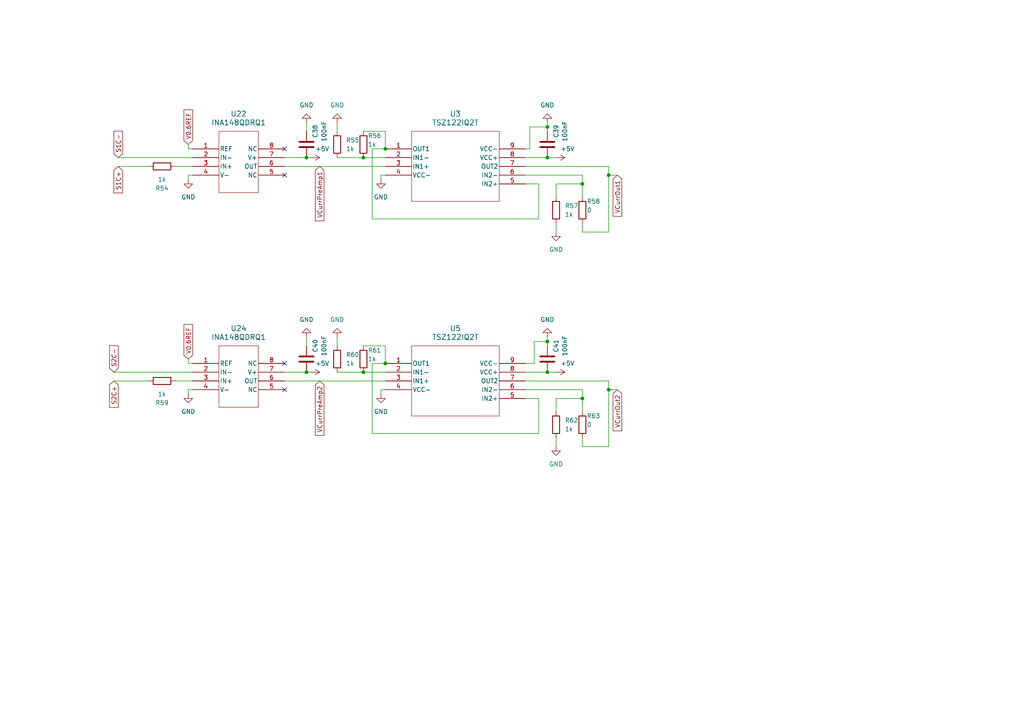
<source format=kicad_sch>
(kicad_sch (version 20230121) (generator eeschema)
  (paper "A4")
  (lib_symbols
    (symbol "0A_INA148QDRQ1:INA148QDRQ1" (pin_names (offset 0.254))
      (property "Reference" "U" (at 12.7 10.16 0))
      (property "Value" "INA148QDRQ1" (at 12.7 7.62 0))
      (symbol "INA148QDRQ1_0_1"
        (polyline (pts (xy 7.62 -12.7) (xy 19.05 -12.7)) (stroke (width 0.127)))
        (polyline (pts (xy 7.62 5.08) (xy 7.62 -12.7)) (stroke (width 0.127)))
        (polyline (pts (xy 19.05 -12.7) (xy 19.05 5.08)) (stroke (width 0.127)))
        (polyline (pts (xy 19.05 5.08) (xy 7.62 5.08)) (stroke (width 0.127)))
        (pin unspecified line (at 0 0 0) (length 7.62) (name "REF") (number "1"))
        (pin input line (at 0 -2.54 0) (length 7.62) (name "IN-") (number "2"))
        (pin input line (at 0 -5.08 0) (length 7.62) (name "IN+") (number "3"))
        (pin power_in line (at 0 -7.62 0) (length 7.62) (name "V-") (number "4"))
        (pin unspecified line (at 26.67 -7.62 180) (length 7.62) (name "NC") (number "5"))
        (pin output line (at 26.67 -5.08 180) (length 7.62) (name "OUT") (number "6"))
        (pin power_in line (at 26.67 -2.54 180) (length 7.62) (name "V+") (number "7"))
        (pin unspecified line (at 26.67 0 180) (length 7.62) (name "NC") (number "8"))
      )
    )
    (symbol "0A_TSZ122IQ2T:TSZ122IQ2T" (pin_names (offset 0.254))
      (property "Reference" "U" (at 20.32 10.16 0))
      (property "Value" "TSZ122IQ2T" (at 20.32 7.62 0))
      (symbol "TSZ122IQ2T_0_1"
        (polyline (pts (xy 7.62 -15.24) (xy 33.02 -15.24)) (stroke (width 0.127)))
        (polyline (pts (xy 7.62 5.08) (xy 7.62 -15.24)) (stroke (width 0.127)))
        (polyline (pts (xy 33.02 -15.24) (xy 33.02 5.08)) (stroke (width 0.127)))
        (polyline (pts (xy 33.02 5.08) (xy 7.62 5.08)) (stroke (width 0.127)))
        (pin output line (at 0 0 0) (length 7.62) (name "OUT1") (number "1"))
        (pin input line (at 0 -2.54 0) (length 7.62) (name "IN1-") (number "2"))
        (pin input line (at 0 -5.08 0) (length 7.62) (name "IN1+") (number "3"))
        (pin power_in line (at 0 -7.62 0) (length 7.62) (name "VCC-") (number "4"))
        (pin input line (at 40.64 -10.16 180) (length 7.62) (name "IN2+") (number "5"))
        (pin input line (at 40.64 -7.62 180) (length 7.62) (name "IN2-") (number "6"))
        (pin output line (at 40.64 -5.08 180) (length 7.62) (name "OUT2") (number "7"))
        (pin power_in line (at 40.64 -2.54 180) (length 7.62) (name "VCC+") (number "8"))
        (pin power_in line (at 40.64 0 180) (length 7.62) (name "VCC-") (number "9"))
      )
    )
    (symbol "Device:C" (pin_numbers hide) (pin_names (offset 0.254))
      (property "Reference" "C" (at 0.635 2.54 0))
      (property "Value" "C" (at 0.635 -2.54 0))
      (symbol "C_0_1"
        (polyline (pts (xy -2.032 -0.762) (xy 2.032 -0.762)) (stroke (width 0.508)))
        (polyline (pts (xy -2.032 0.762) (xy 2.032 0.762)) (stroke (width 0.508)))
      )
      (symbol "C_1_1"
        (pin passive line (at 0 3.81 270) (length 2.794) (name "~") (number "1"))
        (pin passive line (at 0 -3.81 90) (length 2.794) (name "~") (number "2"))
      )
    )
    (symbol "Device:R" (pin_numbers hide) (pin_names (offset 0))
      (property "Reference" "R" (at 2.032 0 90))
      (property "Value" "R" (at 0 0 90))
      (symbol "R_0_1"
        (rectangle (start -1.016 -2.54) (end 1.016 2.54) (stroke (width 0.254)))
      )
      (symbol "R_1_1"
        (pin passive line (at 0 3.81 270) (length 1.27) (name "~") (number "1"))
        (pin passive line (at 0 -3.81 90) (length 1.27) (name "~") (number "2"))
      )
    )
    (symbol "power:+5V" (power) (pin_names (offset 0))
      (property "Value" "+5V" (at 0 3.556 0))
      (symbol "+5V_0_1"
        (polyline (pts (xy -0.762 1.27) (xy 0 2.54)))
        (polyline (pts (xy 0 0) (xy 0 2.54)))
        (polyline (pts (xy 0 2.54) (xy 0.762 1.27)))
      )
      (symbol "+5V_1_1"
        (pin power_in line (at 0 0 90) (length 0) hide (name "+5V") (number "1"))
      )
    )
    (symbol "power:GND" (power) (pin_names (offset 0))
      (property "Value" "GND" (at 0 -3.81 0))
      (symbol "GND_0_1"
        (polyline (pts (xy 0 0) (xy 0 -1.27) (xy 1.27 -1.27) (xy 0 -2.54) (xy -1.27 -1.27) (xy 0 -1.27)))
      )
      (symbol "GND_1_1"
        (pin power_in line (at 0 0 270) (length 0) hide (name "GND") (number "1"))
      )
    )
  )
  (junction (at 176.53 50.8))
  (junction (at 111.76 105.41))
  (junction (at 158.75 99.06))
  (junction (at 88.9 107.95))
  (junction (at 168.91 53.34))
  (junction (at 158.75 107.95))
  (junction (at 158.75 36.83))
  (junction (at 105.41 107.95))
  (junction (at 158.75 45.72))
  (junction (at 168.91 115.57))
  (junction (at 111.76 43.18))
  (junction (at 88.9 45.72))
  (junction (at 105.41 45.72))
  (junction (at 176.53 113.03))
  (no_connect (at 82.55 43.18))
  (no_connect (at 82.55 50.8))
  (no_connect (at 82.55 113.03))
  (no_connect (at 82.55 105.41))
  (wire (pts (xy 88.9 107.95) (xy 90.17 107.95)))
  (wire (pts (xy 50.8 48.26) (xy 55.88 48.26)))
  (wire (pts (xy 33.02 107.95) (xy 55.88 107.95)))
  (wire (pts (xy 168.91 64.77) (xy 168.91 67.31)))
  (wire (pts (xy 97.79 107.95) (xy 105.41 107.95)))
  (wire (pts (xy 168.91 113.03) (xy 168.91 115.57)))
  (wire (pts (xy 107.95 105.41) (xy 107.95 125.73)))
  (wire (pts (xy 168.91 129.54) (xy 176.53 129.54)))
  (wire (pts (xy 107.95 125.73) (xy 156.21 125.73)))
  (wire (pts (xy 161.29 64.77) (xy 161.29 67.31)))
  (wire (pts (xy 168.91 50.8) (xy 168.91 53.34)))
  (wire (pts (xy 152.4 43.18) (xy 153.67 43.18)))
  (wire (pts (xy 54.61 113.03) (xy 54.61 114.3)))
  (wire (pts (xy 105.41 100.33) (xy 111.76 100.33)))
  (wire (pts (xy 88.9 45.72) (xy 90.17 45.72)))
  (wire (pts (xy 110.49 50.8) (xy 110.49 52.07)))
  (wire (pts (xy 111.76 38.1) (xy 111.76 43.18)))
  (wire (pts (xy 168.91 67.31) (xy 176.53 67.31)))
  (wire (pts (xy 152.4 48.26) (xy 176.53 48.26)))
  (wire (pts (xy 158.75 35.56) (xy 158.75 36.83)))
  (wire (pts (xy 168.91 115.57) (xy 161.29 115.57)))
  (wire (pts (xy 55.88 50.8) (xy 54.61 50.8)))
  (wire (pts (xy 54.61 41.91) (xy 54.61 43.18)))
  (wire (pts (xy 152.4 105.41) (xy 154.94 105.41)))
  (wire (pts (xy 54.61 104.14) (xy 54.61 105.41)))
  (wire (pts (xy 153.67 43.18) (xy 153.67 36.83)))
  (wire (pts (xy 82.55 110.49) (xy 111.76 110.49)))
  (wire (pts (xy 152.4 113.03) (xy 168.91 113.03)))
  (wire (pts (xy 111.76 113.03) (xy 110.49 113.03)))
  (wire (pts (xy 97.79 45.72) (xy 105.41 45.72)))
  (wire (pts (xy 153.67 36.83) (xy 158.75 36.83)))
  (wire (pts (xy 54.61 50.8) (xy 54.61 52.07)))
  (wire (pts (xy 111.76 43.18) (xy 107.95 43.18)))
  (wire (pts (xy 55.88 113.03) (xy 54.61 113.03)))
  (wire (pts (xy 152.4 107.95) (xy 158.75 107.95)))
  (wire (pts (xy 168.91 127) (xy 168.91 129.54)))
  (wire (pts (xy 176.53 110.49) (xy 176.53 113.03)))
  (wire (pts (xy 176.53 50.8) (xy 179.07 50.8)))
  (wire (pts (xy 161.29 53.34) (xy 161.29 57.15)))
  (wire (pts (xy 176.53 129.54) (xy 176.53 113.03)))
  (wire (pts (xy 105.41 45.72) (xy 111.76 45.72)))
  (wire (pts (xy 97.79 35.56) (xy 97.79 38.1)))
  (wire (pts (xy 33.02 110.49) (xy 43.18 110.49)))
  (wire (pts (xy 111.76 100.33) (xy 111.76 105.41)))
  (wire (pts (xy 34.29 45.72) (xy 55.88 45.72)))
  (wire (pts (xy 156.21 115.57) (xy 152.4 115.57)))
  (wire (pts (xy 82.55 107.95) (xy 88.9 107.95)))
  (wire (pts (xy 168.91 53.34) (xy 161.29 53.34)))
  (wire (pts (xy 152.4 110.49) (xy 176.53 110.49)))
  (wire (pts (xy 168.91 57.15) (xy 168.91 53.34)))
  (wire (pts (xy 111.76 50.8) (xy 110.49 50.8)))
  (wire (pts (xy 156.21 53.34) (xy 156.21 63.5)))
  (wire (pts (xy 82.55 45.72) (xy 88.9 45.72)))
  (wire (pts (xy 97.79 97.79) (xy 97.79 100.33)))
  (wire (pts (xy 158.75 107.95) (xy 161.29 107.95)))
  (wire (pts (xy 88.9 97.79) (xy 88.9 100.33)))
  (wire (pts (xy 111.76 105.41) (xy 107.95 105.41)))
  (wire (pts (xy 176.53 67.31) (xy 176.53 50.8)))
  (wire (pts (xy 107.95 63.5) (xy 156.21 63.5)))
  (wire (pts (xy 176.53 113.03) (xy 179.07 113.03)))
  (wire (pts (xy 158.75 99.06) (xy 158.75 100.33)))
  (wire (pts (xy 34.29 48.26) (xy 43.18 48.26)))
  (wire (pts (xy 50.8 110.49) (xy 55.88 110.49)))
  (wire (pts (xy 152.4 45.72) (xy 158.75 45.72)))
  (wire (pts (xy 55.88 43.18) (xy 54.61 43.18)))
  (wire (pts (xy 107.95 43.18) (xy 107.95 63.5)))
  (wire (pts (xy 156.21 53.34) (xy 152.4 53.34)))
  (wire (pts (xy 105.41 107.95) (xy 111.76 107.95)))
  (wire (pts (xy 88.9 35.56) (xy 88.9 38.1)))
  (wire (pts (xy 168.91 119.38) (xy 168.91 115.57)))
  (wire (pts (xy 161.29 115.57) (xy 161.29 119.38)))
  (wire (pts (xy 154.94 99.06) (xy 158.75 99.06)))
  (wire (pts (xy 110.49 113.03) (xy 110.49 114.3)))
  (wire (pts (xy 55.88 105.41) (xy 54.61 105.41)))
  (wire (pts (xy 154.94 105.41) (xy 154.94 99.06)))
  (wire (pts (xy 158.75 45.72) (xy 161.29 45.72)))
  (wire (pts (xy 152.4 50.8) (xy 168.91 50.8)))
  (wire (pts (xy 176.53 48.26) (xy 176.53 50.8)))
  (wire (pts (xy 156.21 115.57) (xy 156.21 125.73)))
  (wire (pts (xy 158.75 36.83) (xy 158.75 38.1)))
  (wire (pts (xy 105.41 38.1) (xy 111.76 38.1)))
  (wire (pts (xy 161.29 127) (xy 161.29 129.54)))
  (wire (pts (xy 82.55 48.26) (xy 111.76 48.26)))
  (wire (pts (xy 158.75 97.79) (xy 158.75 99.06)))
  (global_label "V0.6REF" (shape input) (at 54.61 104.14 90) (property "Intersheetrefs" "${INTERSHEET_REFS}" (effects hide)))
  (global_label "S1C-" (shape input) (at 34.29 45.72 90) (property "Intersheetrefs" "${INTERSHEET_REFS}" (effects hide)))
  (global_label "VCurrPreAmp2" (shape input) (at 92.71 110.49 270) (property "Intersheetrefs" "${INTERSHEET_REFS}" (effects hide)))
  (global_label "VCurrOut1" (shape input) (at 179.07 50.8 270) (property "Intersheetrefs" "${INTERSHEET_REFS}" (effects hide)))
  (global_label "VCurrOut2" (shape input) (at 179.07 113.03 270) (property "Intersheetrefs" "${INTERSHEET_REFS}" (effects hide)))
  (global_label "VCurrPreAmp1" (shape input) (at 92.71 48.26 270) (property "Intersheetrefs" "${INTERSHEET_REFS}" (effects hide)))
  (global_label "S2C-" (shape input) (at 33.02 107.95 90) (effects (font italic)) (property "Intersheetrefs" "${INTERSHEET_REFS}" (effects hide)))
  (global_label "S1C+" (shape input) (at 34.29 48.26 270) (property "Intersheetrefs" "${INTERSHEET_REFS}" (effects hide)))
  (global_label "S2C+" (shape input) (at 33.02 110.49 270) (property "Intersheetrefs" "${INTERSHEET_REFS}" (effects hide)))
  (global_label "V0.6REF" (shape input) (at 54.61 41.91 90) (property "Intersheetrefs" "${INTERSHEET_REFS}" (effects hide)))
  (symbol (lib_id "Device:R") (at 161.29 123.19 180) (unit 1)
    (property "Reference" "R62" (at 163.83 121.92 0) (effects (justify right)))
    (property "Value" "1k" (at 163.83 124.46 0) (effects (justify right)))
    (property "Footprint" "Resistor_SMD:R_0805_2012Metric" (effects hide))
  )
  (symbol (lib_id "power:+5V") (at 161.29 107.95 270) (unit 1)
    (property "Reference" "#PWR0111" (effects hide))
    (property "Value" "+5V" (at 162.56 105.41 90) (effects (justify left)))
  )
  (symbol (lib_id "power:+5V") (at 161.29 45.72 270) (unit 1)
    (property "Reference" "#PWR0103" (effects hide))
    (property "Value" "+5V" (at 162.56 43.18 90) (effects (justify left)))
  )
  (symbol (lib_id "0A_TSZ122IQ2T:TSZ122IQ2T") (at 111.76 105.41 0) (unit 1)
    (property "Reference" "U5" (at 132.08 95.25 0) (effects (font (size 1.524 1.524))))
    (property "Value" "TSZ122IQ2T" (at 132.08 97.79 0) (effects (font (size 1.524 1.524))))
    (property "Footprint" "0A_TSZ122IQ2T:DFN8_2X2_NB_STM" (effects hide))
    (property "Datasheet" "TSZ122IQ2T" (effects hide))
  )
  (symbol (lib_id "0A_INA148QDRQ1:INA148QDRQ1") (at 55.88 43.18 0) (unit 1)
    (property "Reference" "U22" (at 69.215 33.02 0) (effects (font (size 1.524 1.524))))
    (property "Value" "INA148QDRQ1" (at 69.215 35.56 0) (effects (font (size 1.524 1.524))))
    (property "Footprint" "0A_INA148QDRQ1:D8" (effects hide))
    (property "Datasheet" "INA148QDRQ1" (effects hide))
  )
  (symbol (lib_id "power:GND") (at 158.75 35.56 180) (unit 1)
    (property "Reference" "#PWR0102" (effects hide))
    (property "Value" "GND" (at 158.75 30.48 0))
  )
  (symbol (lib_id "power:GND") (at 161.29 67.31 0) (unit 1)
    (property "Reference" "#PWR0104" (effects hide))
    (property "Value" "GND" (at 161.29 72.39 0))
  )
  (symbol (lib_id "Device:R") (at 97.79 41.91 180) (unit 1)
    (property "Reference" "R55" (at 100.33 40.64 0) (effects (justify right)))
    (property "Value" "1k" (at 100.33 43.18 0) (effects (justify right)))
    (property "Footprint" "Resistor_SMD:R_0805_2012Metric" (effects hide))
  )
  (symbol (lib_id "power:GND") (at 97.79 35.56 180) (unit 1)
    (property "Reference" "#PWR0100" (effects hide))
    (property "Value" "GND" (at 97.79 30.48 0))
  )
  (symbol (lib_id "power:GND") (at 110.49 52.07 0) (unit 1)
    (property "Reference" "#PWR0101" (effects hide))
    (property "Value" "GND" (at 110.49 57.15 0))
  )
  (symbol (lib_id "power:+5V") (at 90.17 107.95 270) (unit 1)
    (property "Reference" "#PWR0107" (effects hide))
    (property "Value" "+5V" (at 91.44 105.41 90) (effects (justify left)))
  )
  (symbol (lib_id "power:GND") (at 161.29 129.54 0) (unit 1)
    (property "Reference" "#PWR0112" (effects hide))
    (property "Value" "GND" (at 161.29 134.62 0))
  )
  (symbol (lib_id "power:+5V") (at 90.17 45.72 270) (unit 1)
    (property "Reference" "#PWR099" (effects hide))
    (property "Value" "+5V" (at 91.44 43.18 90) (effects (justify left)))
  )
  (symbol (lib_id "Device:C") (at 158.75 104.14 180) (unit 1)
    (property "Reference" "C41" (at 161.29 100.33 90))
    (property "Value" "100nF" (at 163.83 100.33 90))
    (property "Footprint" "Capacitor_SMD:C_0805_2012Metric" (effects hide))
  )
  (symbol (lib_id "power:GND") (at 110.49 114.3 0) (unit 1)
    (property "Reference" "#PWR0109" (effects hide))
    (property "Value" "GND" (at 110.49 119.38 0))
  )
  (symbol (lib_id "Device:R") (at 46.99 110.49 270) (mirror x) (unit 1)
    (property "Reference" "R59" (at 46.99 116.84 90))
    (property "Value" "1k" (at 46.99 114.3 90))
    (property "Footprint" "Resistor_SMD:R_0805_2012Metric" (effects hide))
  )
  (symbol (lib_id "Device:R") (at 161.29 60.96 180) (unit 1)
    (property "Reference" "R57" (at 163.83 59.69 0) (effects (justify right)))
    (property "Value" "1k" (at 163.83 62.23 0) (effects (justify right)))
    (property "Footprint" "Resistor_SMD:R_0805_2012Metric" (effects hide))
  )
  (symbol (lib_id "power:GND") (at 54.61 114.3 0) (unit 1)
    (property "Reference" "#PWR0105" (effects hide))
    (property "Value" "GND" (at 54.61 119.38 0))
  )
  (symbol (lib_id "Device:R") (at 168.91 123.19 180) (unit 1)
    (property "Reference" "R63" (at 170.18 120.65 0) (effects (justify right)))
    (property "Value" "0" (at 170.18 123.19 0) (effects (justify right)))
    (property "Footprint" "Resistor_SMD:R_0805_2012Metric" (effects hide))
  )
  (symbol (lib_id "power:GND") (at 97.79 97.79 180) (unit 1)
    (property "Reference" "#PWR0108" (effects hide))
    (property "Value" "GND" (at 97.79 92.71 0))
  )
  (symbol (lib_id "power:GND") (at 88.9 97.79 180) (unit 1)
    (property "Reference" "#PWR0106" (effects hide))
    (property "Value" "GND" (at 88.9 92.71 0))
  )
  (symbol (lib_id "Device:R") (at 168.91 60.96 180) (unit 1)
    (property "Reference" "R58" (at 170.18 58.42 0) (effects (justify right)))
    (property "Value" "0" (at 170.18 60.96 0) (effects (justify right)))
    (property "Footprint" "Resistor_SMD:R_0805_2012Metric" (effects hide))
  )
  (symbol (lib_id "Device:R") (at 97.79 104.14 180) (unit 1)
    (property "Reference" "R60" (at 100.33 102.87 0) (effects (justify right)))
    (property "Value" "1k" (at 100.33 105.41 0) (effects (justify right)))
    (property "Footprint" "Resistor_SMD:R_0805_2012Metric" (effects hide))
  )
  (symbol (lib_id "Device:C") (at 88.9 104.14 180) (unit 1)
    (property "Reference" "C40" (at 91.44 100.33 90))
    (property "Value" "100nF" (at 93.98 100.33 90))
    (property "Footprint" "Capacitor_SMD:C_0805_2012Metric" (effects hide))
  )
  (symbol (lib_id "Device:R") (at 46.99 48.26 270) (mirror x) (unit 1)
    (property "Reference" "R54" (at 46.99 54.61 90))
    (property "Value" "1k" (at 46.99 52.07 90))
    (property "Footprint" "Resistor_SMD:R_0805_2012Metric" (effects hide))
  )
  (symbol (lib_id "Device:R") (at 105.41 104.14 180) (unit 1)
    (property "Reference" "R61" (at 106.68 101.6 0) (effects (justify right)))
    (property "Value" "1k" (at 106.68 104.14 0) (effects (justify right)))
    (property "Footprint" "Resistor_SMD:R_0805_2012Metric" (effects hide))
  )
  (symbol (lib_id "Device:R") (at 105.41 41.91 180) (unit 1)
    (property "Reference" "R56" (at 106.68 39.37 0) (effects (justify right)))
    (property "Value" "1k" (at 106.68 41.91 0) (effects (justify right)))
    (property "Footprint" "Resistor_SMD:R_0805_2012Metric" (effects hide))
  )
  (symbol (lib_id "power:GND") (at 88.9 35.56 180) (unit 1)
    (property "Reference" "#PWR098" (effects hide))
    (property "Value" "GND" (at 88.9 30.48 0))
  )
  (symbol (lib_id "Device:C") (at 88.9 41.91 180) (unit 1)
    (property "Reference" "C38" (at 91.44 38.1 90))
    (property "Value" "100nF" (at 93.98 38.1 90))
    (property "Footprint" "Capacitor_SMD:C_0805_2012Metric" (effects hide))
  )
  (symbol (lib_id "power:GND") (at 54.61 52.07 0) (unit 1)
    (property "Reference" "#PWR097" (effects hide))
    (property "Value" "GND" (at 54.61 57.15 0))
  )
  (symbol (lib_id "Device:C") (at 158.75 41.91 180) (unit 1)
    (property "Reference" "C39" (at 161.29 38.1 90))
    (property "Value" "100nF" (at 163.83 38.1 90))
    (property "Footprint" "Capacitor_SMD:C_0805_2012Metric" (effects hide))
  )
  (symbol (lib_id "0A_INA148QDRQ1:INA148QDRQ1") (at 55.88 105.41 0) (unit 1)
    (property "Reference" "U24" (at 69.215 95.25 0) (effects (font (size 1.524 1.524))))
    (property "Value" "INA148QDRQ1" (at 69.215 97.79 0) (effects (font (size 1.524 1.524))))
    (property "Footprint" "0A_INA148QDRQ1:D8" (effects hide))
    (property "Datasheet" "INA148QDRQ1" (effects hide))
  )
  (symbol (lib_id "0A_TSZ122IQ2T:TSZ122IQ2T") (at 111.76 43.18 0) (unit 1)
    (property "Reference" "U3" (at 132.08 33.02 0) (effects (font (size 1.524 1.524))))
    (property "Value" "TSZ122IQ2T" (at 132.08 35.56 0) (effects (font (size 1.524 1.524))))
    (property "Footprint" "0A_TSZ122IQ2T:DFN8_2X2_NB_STM" (effects hide))
    (property "Datasheet" "TSZ122IQ2T" (effects hide))
  )
  (symbol (lib_id "power:GND") (at 158.75 97.79 180) (unit 1)
    (property "Reference" "#PWR0110" (effects hide))
    (property "Value" "GND" (at 158.75 92.71 0))
  )
)
</source>
